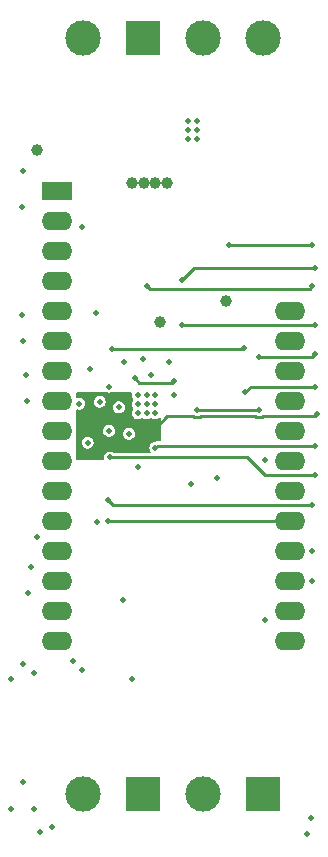
<source format=gbr>
%TF.GenerationSoftware,KiCad,Pcbnew,8.0.0*%
%TF.CreationDate,2024-05-24T13:22:15-04:00*%
%TF.ProjectId,MPPT Charge Controller,4d505054-2043-4686-9172-676520436f6e,0.1*%
%TF.SameCoordinates,Original*%
%TF.FileFunction,Copper,L2,Inr*%
%TF.FilePolarity,Positive*%
%FSLAX46Y46*%
G04 Gerber Fmt 4.6, Leading zero omitted, Abs format (unit mm)*
G04 Created by KiCad (PCBNEW 8.0.0) date 2024-05-24 13:22:15*
%MOMM*%
%LPD*%
G01*
G04 APERTURE LIST*
G04 Aperture macros list*
%AMRoundRect*
0 Rectangle with rounded corners*
0 $1 Rounding radius*
0 $2 $3 $4 $5 $6 $7 $8 $9 X,Y pos of 4 corners*
0 Add a 4 corners polygon primitive as box body*
4,1,4,$2,$3,$4,$5,$6,$7,$8,$9,$2,$3,0*
0 Add four circle primitives for the rounded corners*
1,1,$1+$1,$2,$3*
1,1,$1+$1,$4,$5*
1,1,$1+$1,$6,$7*
1,1,$1+$1,$8,$9*
0 Add four rect primitives between the rounded corners*
20,1,$1+$1,$2,$3,$4,$5,0*
20,1,$1+$1,$4,$5,$6,$7,0*
20,1,$1+$1,$6,$7,$8,$9,0*
20,1,$1+$1,$8,$9,$2,$3,0*%
G04 Aperture macros list end*
%TA.AperFunction,ComponentPad*%
%ADD10RoundRect,0.250000X-1.050000X-0.550000X1.050000X-0.550000X1.050000X0.550000X-1.050000X0.550000X0*%
%TD*%
%TA.AperFunction,ComponentPad*%
%ADD11O,2.600000X1.600000*%
%TD*%
%TA.AperFunction,ComponentPad*%
%ADD12C,3.000000*%
%TD*%
%TA.AperFunction,ComponentPad*%
%ADD13R,3.000000X3.000000*%
%TD*%
%TA.AperFunction,ViaPad*%
%ADD14C,0.500000*%
%TD*%
%TA.AperFunction,ViaPad*%
%ADD15C,1.000000*%
%TD*%
%TA.AperFunction,Conductor*%
%ADD16C,0.250000*%
%TD*%
%TA.AperFunction,Conductor*%
%ADD17C,0.150000*%
%TD*%
G04 APERTURE END LIST*
D10*
%TO.N,unconnected-(A1-~{RESET}-Pad1)*%
%TO.C,A1*%
X100140000Y-80960000D03*
D11*
%TO.N,+3.3V*%
X100140000Y-83500000D03*
%TO.N,unconnected-(A1-NC-Pad3)*%
X100140000Y-86040000D03*
%TO.N,GND*%
X100140000Y-88580000D03*
%TO.N,/Solar Voltage*%
X100140000Y-91120000D03*
%TO.N,/Solar Current*%
X100140000Y-93660000D03*
%TO.N,/Battery Voltage*%
X100140000Y-96200000D03*
%TO.N,/Battery Current*%
X100140000Y-98740000D03*
%TO.N,unconnected-(A1-IO36{slash}A4-Pad9)*%
X100140000Y-101280000D03*
%TO.N,unconnected-(A1-IO4{slash}A5-Pad10)*%
X100140000Y-103820000D03*
%TO.N,unconnected-(A1-SCK{slash}IO5-Pad11)*%
X100140000Y-106360000D03*
%TO.N,unconnected-(A1-MOSI{slash}IO18-Pad12)*%
X100140000Y-108900000D03*
%TO.N,unconnected-(A1-MISO{slash}IO19-Pad13)*%
X100140000Y-111440000D03*
%TO.N,unconnected-(A1-RX{slash}IO16-Pad14)*%
X100140000Y-113980000D03*
%TO.N,unconnected-(A1-TX{slash}IO17-Pad15)*%
X100140000Y-116520000D03*
%TO.N,unconnected-(A1-TXD0-Pad16)*%
X100140000Y-119060000D03*
%TO.N,unconnected-(A1-SDA{slash}IO23-Pad17)*%
X119860000Y-119060000D03*
%TO.N,unconnected-(A1-SCL{slash}IO22-Pad18)*%
X119860000Y-116520000D03*
%TO.N,/STAT1*%
X119860000Y-113980000D03*
%TO.N,/STAT2*%
X119860000Y-111440000D03*
%TO.N,/~{Charge EN}*%
X119860000Y-108900000D03*
%TO.N,/SD_CS*%
X119860000Y-106360000D03*
%TO.N,/Load Enable*%
X119860000Y-103820000D03*
%TO.N,unconnected-(A1-D12-Pad24)*%
X119860000Y-101280000D03*
%TO.N,unconnected-(A1-D13-Pad25)*%
X119860000Y-98740000D03*
%TO.N,unconnected-(A1-VBUS-Pad26)*%
X119860000Y-96200000D03*
%TO.N,unconnected-(A1-EN-Pad27)*%
X119860000Y-93660000D03*
%TO.N,unconnected-(A1-VBAT-Pad28)*%
X119860000Y-91120000D03*
%TD*%
D12*
%TO.N,/Input*%
%TO.C,TP15*%
X117620000Y-68000000D03*
%TD*%
%TO.N,GND*%
%TO.C,TP14*%
X102380000Y-68000000D03*
%TD*%
%TO.N,Net-(J2-Pin_2)*%
%TO.C,J3*%
X112540000Y-132000000D03*
D13*
%TO.N,Net-(J3-Pin_1)*%
X117620000Y-132000000D03*
%TD*%
D12*
%TO.N,Net-(J2-Pin_2)*%
%TO.C,J2*%
X102380000Y-132000000D03*
D13*
%TO.N,GND*%
X107460000Y-132000000D03*
%TD*%
D12*
%TO.N,/Input*%
%TO.C,J1*%
X112540000Y-68000000D03*
D13*
%TO.N,GND*%
X107460000Y-68000000D03*
%TD*%
D14*
%TO.N,/TS*%
X104575000Y-101250000D03*
%TO.N,/VCC*%
X116100000Y-97950002D03*
X116000000Y-94200000D03*
X104850000Y-94350000D03*
%TO.N,/STAT2*%
X106250000Y-101500000D03*
%TO.N,/MPPSET*%
X103775000Y-98782635D03*
%TO.N,/TS*%
X104641320Y-103499654D03*
%TO.N,/Load Enable*%
X117750000Y-103750000D03*
X117750000Y-117250000D03*
%TO.N,Net-(D4-A)*%
X96250000Y-133250000D03*
%TO.N,Net-(D3-A)*%
X98250000Y-133287500D03*
%TO.N,GND*%
X111250000Y-76500000D03*
X112000000Y-76500000D03*
X111250000Y-75750000D03*
X112000000Y-75750000D03*
X112000000Y-75000000D03*
X111250000Y-75000000D03*
X113750000Y-105250000D03*
X111500000Y-105750000D03*
%TO.N,Net-(U1-SRN)*%
X105750000Y-115555000D03*
X107000000Y-104325000D03*
%TO.N,/PH*%
X114750000Y-85500000D03*
X121750000Y-85500000D03*
%TO.N,/LODRV*%
X109655000Y-95420000D03*
X110750000Y-88500000D03*
X122000000Y-87500000D03*
%TO.N,/HIDRV*%
X107410464Y-95124536D03*
X107800000Y-89000000D03*
X121750000Y-89000000D03*
%TO.N,/BTST*%
X110062500Y-97000000D03*
X110750000Y-92250000D03*
X122000000Y-92250000D03*
%TO.N,/RGEN*%
X112000000Y-99475000D03*
X117250000Y-99500000D03*
X117250000Y-95000000D03*
X122000000Y-94750000D03*
%TO.N,/VREF*%
X122200000Y-99800000D03*
%TO.N,/VCC*%
X104525000Y-97500000D03*
X122000000Y-97500000D03*
%TO.N,/VFB*%
X108500000Y-102675000D03*
X122000000Y-102500000D03*
%TO.N,/TS*%
X122000000Y-105000000D03*
%TO.N,/MPPSET*%
X121750000Y-107500000D03*
%TO.N,/~{Charge EN}*%
X104500000Y-108900000D03*
%TO.N,/MPPSET*%
X104500000Y-107062500D03*
%TO.N,/VREF*%
X103700000Y-99600000D03*
X107750000Y-101750000D03*
%TO.N,/STAT2*%
X121300000Y-135350000D03*
X121750000Y-111440000D03*
X98750000Y-135250000D03*
%TO.N,/STAT1*%
X99750000Y-134750000D03*
X121650000Y-134050000D03*
X121750000Y-114000000D03*
%TO.N,/Battery Voltage*%
X97500000Y-96500000D03*
X97750000Y-115000000D03*
%TO.N,/Battery Current*%
X97600000Y-98700000D03*
X98000000Y-112750000D03*
%TO.N,Net-(D1-K)*%
X103500000Y-91275000D03*
%TO.N,+3.3V*%
X98500000Y-110250000D03*
%TO.N,/Solar Voltage*%
X97200000Y-91400000D03*
X97200000Y-82300000D03*
D15*
%TO.N,/Input*%
X109500000Y-80250000D03*
X108500000Y-80250000D03*
X107500000Y-80250000D03*
X106500000Y-80250000D03*
D14*
%TO.N,/VIN*%
X102050000Y-98950000D03*
X102250000Y-84000000D03*
%TO.N,/STAT2*%
X106500000Y-122250000D03*
X96250000Y-122250000D03*
%TO.N,/STAT1*%
X98250000Y-121750000D03*
X102250000Y-121500000D03*
X105400000Y-99257149D03*
%TO.N,/PH*%
X108137501Y-96517501D03*
D15*
X114500000Y-90250000D03*
D14*
%TO.N,/VREF*%
X97250000Y-131000000D03*
X97250000Y-121000000D03*
X101500000Y-120700000D03*
X102750000Y-103250000D03*
%TO.N,/RGEN*%
X110094384Y-98250000D03*
%TO.N,/BTST*%
X106750000Y-96800000D03*
D15*
%TO.N,/PH*%
X108880000Y-92060000D03*
D14*
X105845000Y-95420000D03*
D15*
%TO.N,+3.3V*%
X98500000Y-77500000D03*
D14*
%TO.N,/Solar Current*%
X97250000Y-93660000D03*
X97250000Y-79250000D03*
%TO.N,PWR GND*%
X107750000Y-99750000D03*
X102750000Y-102250000D03*
X103000000Y-96000000D03*
X107000000Y-98250000D03*
X107750000Y-98250000D03*
X107000000Y-99750000D03*
X108500000Y-99000000D03*
X103550000Y-108937500D03*
X108500000Y-98250000D03*
X107750000Y-99000000D03*
X108500000Y-99750000D03*
X107000000Y-99000000D03*
%TD*%
D16*
%TO.N,/BTST*%
X109892500Y-97170000D02*
X110062500Y-97000000D01*
X106750000Y-96800000D02*
X107120000Y-97170000D01*
X107120000Y-97170000D02*
X109892500Y-97170000D01*
%TO.N,/VCC*%
X116550002Y-97500000D02*
X122000000Y-97500000D01*
X116100000Y-97950002D02*
X116550002Y-97500000D01*
X104850000Y-94350000D02*
X115850000Y-94350000D01*
X115850000Y-94350000D02*
X116000000Y-94200000D01*
X104525000Y-97525000D02*
X104525000Y-97500000D01*
X104600000Y-97600000D02*
X104525000Y-97525000D01*
%TO.N,/LODRV*%
X110750000Y-88500000D02*
X111750000Y-87500000D01*
X111750000Y-87500000D02*
X122000000Y-87500000D01*
%TO.N,/~{Charge EN}*%
X104500000Y-108900000D02*
X120160000Y-108900000D01*
%TO.N,/VREF*%
X109500000Y-100000000D02*
X107750000Y-101750000D01*
X111669400Y-100000000D02*
X109500000Y-100000000D01*
X111749400Y-100080000D02*
X111669400Y-100000000D01*
X112250600Y-100080000D02*
X111749400Y-100080000D01*
X116894400Y-100000000D02*
X112330600Y-100000000D01*
X116999400Y-100105000D02*
X116894400Y-100000000D01*
X117500600Y-100105000D02*
X116999400Y-100105000D01*
X117605600Y-100000000D02*
X117500600Y-100105000D01*
X122000000Y-100000000D02*
X117605600Y-100000000D01*
X122200000Y-99800000D02*
X122000000Y-100000000D01*
X112330600Y-100000000D02*
X112250600Y-100080000D01*
%TO.N,/HIDRV*%
X121550000Y-89200000D02*
X121750000Y-89000000D01*
X108000000Y-89200000D02*
X121550000Y-89200000D01*
X107800000Y-89000000D02*
X108000000Y-89200000D01*
%TO.N,/TS*%
X104641666Y-103500000D02*
X104641320Y-103499654D01*
X108750000Y-103500000D02*
X104641666Y-103500000D01*
X116250000Y-103500000D02*
X108750000Y-103500000D01*
X117750000Y-105000000D02*
X116250000Y-103500000D01*
X122000000Y-105000000D02*
X117750000Y-105000000D01*
%TO.N,/VFB*%
X108500000Y-102675000D02*
X108675000Y-102500000D01*
X108675000Y-102500000D02*
X122000000Y-102500000D01*
%TO.N,/PH*%
X121750000Y-85500000D02*
X114750000Y-85500000D01*
%TO.N,/BTST*%
X121750000Y-92250000D02*
X110750000Y-92250000D01*
X122000000Y-92250000D02*
X121750000Y-92250000D01*
%TO.N,/RGEN*%
X112025000Y-99500000D02*
X112000000Y-99475000D01*
X117250000Y-99500000D02*
X112025000Y-99500000D01*
X121750000Y-95000000D02*
X117250000Y-95000000D01*
X122000000Y-94750000D02*
X121750000Y-95000000D01*
%TO.N,/MPPSET*%
X104937500Y-107500000D02*
X104500000Y-107062500D01*
X121750000Y-107500000D02*
X104937500Y-107500000D01*
D17*
X104437500Y-107000000D02*
X104500000Y-107062500D01*
%TD*%
%TA.AperFunction,Conductor*%
%TO.N,/VREF*%
G36*
X104447684Y-98000500D02*
G01*
X104453039Y-98000500D01*
X104602316Y-98000500D01*
X104609307Y-98000000D01*
X106387194Y-98000000D01*
X106454233Y-98019685D01*
X106499988Y-98072489D01*
X106509932Y-98141647D01*
X106494353Y-98250000D01*
X106514834Y-98392456D01*
X106574622Y-98523371D01*
X106574625Y-98523377D01*
X106592321Y-98543799D01*
X106621345Y-98607355D01*
X106611401Y-98676513D01*
X106592321Y-98706201D01*
X106574625Y-98726622D01*
X106574622Y-98726628D01*
X106514834Y-98857543D01*
X106494353Y-99000000D01*
X106514834Y-99142456D01*
X106574622Y-99273371D01*
X106574625Y-99273377D01*
X106592321Y-99293799D01*
X106621345Y-99357355D01*
X106611401Y-99426513D01*
X106592321Y-99456201D01*
X106574625Y-99476622D01*
X106574622Y-99476628D01*
X106514834Y-99607543D01*
X106494353Y-99750000D01*
X106514834Y-99892456D01*
X106574622Y-100023371D01*
X106574623Y-100023373D01*
X106668872Y-100132143D01*
X106789947Y-100209953D01*
X106789950Y-100209954D01*
X106789949Y-100209954D01*
X106928036Y-100250499D01*
X106928038Y-100250500D01*
X106928039Y-100250500D01*
X107071962Y-100250500D01*
X107071962Y-100250499D01*
X107210053Y-100209953D01*
X107307960Y-100147031D01*
X107375000Y-100127347D01*
X107442039Y-100147032D01*
X107442040Y-100147032D01*
X107539947Y-100209953D01*
X107539948Y-100209953D01*
X107539949Y-100209954D01*
X107678036Y-100250499D01*
X107678038Y-100250500D01*
X107678039Y-100250500D01*
X107821962Y-100250500D01*
X107821962Y-100250499D01*
X107960053Y-100209953D01*
X108057960Y-100147031D01*
X108125000Y-100127347D01*
X108192039Y-100147032D01*
X108192040Y-100147032D01*
X108289947Y-100209953D01*
X108289948Y-100209953D01*
X108289949Y-100209954D01*
X108428036Y-100250499D01*
X108428038Y-100250500D01*
X108428039Y-100250500D01*
X108571962Y-100250500D01*
X108571962Y-100250499D01*
X108710050Y-100209954D01*
X108710051Y-100209954D01*
X108726797Y-100199192D01*
X108808961Y-100146388D01*
X108876000Y-100126704D01*
X108943039Y-100146388D01*
X108988794Y-100199192D01*
X109000000Y-100250704D01*
X109000000Y-102000500D01*
X108980315Y-102067539D01*
X108927511Y-102113294D01*
X108876000Y-102124500D01*
X108625564Y-102124500D01*
X108577812Y-102137295D01*
X108577811Y-102137294D01*
X108530063Y-102150089D01*
X108530060Y-102150090D01*
X108516559Y-102157886D01*
X108454557Y-102174500D01*
X108428036Y-102174500D01*
X108289949Y-102215045D01*
X108168873Y-102292856D01*
X108074623Y-102401626D01*
X108074622Y-102401628D01*
X108014834Y-102532543D01*
X107994353Y-102675000D01*
X108014834Y-102817456D01*
X108074904Y-102948988D01*
X108084848Y-103018147D01*
X108055823Y-103081702D01*
X107997045Y-103119477D01*
X107962110Y-103124500D01*
X105019733Y-103124500D01*
X104952694Y-103104816D01*
X104878513Y-103057143D01*
X104851373Y-103039701D01*
X104851371Y-103039700D01*
X104851369Y-103039699D01*
X104851370Y-103039699D01*
X104713283Y-102999154D01*
X104713281Y-102999154D01*
X104569359Y-102999154D01*
X104569356Y-102999154D01*
X104431269Y-103039699D01*
X104310193Y-103117510D01*
X104310192Y-103117510D01*
X104310192Y-103117511D01*
X104304136Y-103124500D01*
X104215943Y-103226280D01*
X104215942Y-103226282D01*
X104156154Y-103357197D01*
X104135673Y-103499654D01*
X104151301Y-103608354D01*
X104141357Y-103677512D01*
X104095602Y-103730316D01*
X104028563Y-103750000D01*
X101874000Y-103750000D01*
X101806961Y-103730315D01*
X101761206Y-103677511D01*
X101750000Y-103626000D01*
X101750000Y-102250000D01*
X102244353Y-102250000D01*
X102264834Y-102392456D01*
X102269023Y-102401628D01*
X102324623Y-102523373D01*
X102418872Y-102632143D01*
X102539947Y-102709953D01*
X102539950Y-102709954D01*
X102539949Y-102709954D01*
X102678036Y-102750499D01*
X102678038Y-102750500D01*
X102678039Y-102750500D01*
X102821962Y-102750500D01*
X102821962Y-102750499D01*
X102960053Y-102709953D01*
X103081128Y-102632143D01*
X103175377Y-102523373D01*
X103235165Y-102392457D01*
X103255647Y-102250000D01*
X103235165Y-102107543D01*
X103175377Y-101976627D01*
X103081128Y-101867857D01*
X102960053Y-101790047D01*
X102960051Y-101790046D01*
X102960049Y-101790045D01*
X102960050Y-101790045D01*
X102821963Y-101749500D01*
X102821961Y-101749500D01*
X102678039Y-101749500D01*
X102678036Y-101749500D01*
X102539949Y-101790045D01*
X102418873Y-101867856D01*
X102324623Y-101976626D01*
X102324622Y-101976628D01*
X102264834Y-102107543D01*
X102244353Y-102250000D01*
X101750000Y-102250000D01*
X101750000Y-101250000D01*
X104069353Y-101250000D01*
X104089834Y-101392456D01*
X104138949Y-101500000D01*
X104149623Y-101523373D01*
X104243872Y-101632143D01*
X104364947Y-101709953D01*
X104364950Y-101709954D01*
X104364949Y-101709954D01*
X104472107Y-101741417D01*
X104499633Y-101749500D01*
X104503036Y-101750499D01*
X104503038Y-101750500D01*
X104503039Y-101750500D01*
X104646962Y-101750500D01*
X104646962Y-101750499D01*
X104785053Y-101709953D01*
X104906128Y-101632143D01*
X105000377Y-101523373D01*
X105011051Y-101500000D01*
X105744353Y-101500000D01*
X105764834Y-101642456D01*
X105795660Y-101709954D01*
X105824623Y-101773373D01*
X105918872Y-101882143D01*
X106039947Y-101959953D01*
X106039950Y-101959954D01*
X106039949Y-101959954D01*
X106178036Y-102000499D01*
X106178038Y-102000500D01*
X106178039Y-102000500D01*
X106321962Y-102000500D01*
X106321962Y-102000499D01*
X106460053Y-101959953D01*
X106581128Y-101882143D01*
X106675377Y-101773373D01*
X106735165Y-101642457D01*
X106755647Y-101500000D01*
X106735165Y-101357543D01*
X106675377Y-101226627D01*
X106581128Y-101117857D01*
X106460053Y-101040047D01*
X106460051Y-101040046D01*
X106460049Y-101040045D01*
X106460050Y-101040045D01*
X106321963Y-100999500D01*
X106321961Y-100999500D01*
X106178039Y-100999500D01*
X106178036Y-100999500D01*
X106039949Y-101040045D01*
X105918873Y-101117856D01*
X105824623Y-101226626D01*
X105824622Y-101226628D01*
X105764834Y-101357543D01*
X105744353Y-101500000D01*
X105011051Y-101500000D01*
X105060165Y-101392457D01*
X105080647Y-101250000D01*
X105060165Y-101107543D01*
X105000377Y-100976627D01*
X104906128Y-100867857D01*
X104785053Y-100790047D01*
X104785051Y-100790046D01*
X104785049Y-100790045D01*
X104785050Y-100790045D01*
X104646963Y-100749500D01*
X104646961Y-100749500D01*
X104503039Y-100749500D01*
X104503036Y-100749500D01*
X104364949Y-100790045D01*
X104243873Y-100867856D01*
X104149623Y-100976626D01*
X104149622Y-100976628D01*
X104089834Y-101107543D01*
X104069353Y-101250000D01*
X101750000Y-101250000D01*
X101750000Y-99549186D01*
X101769685Y-99482147D01*
X101822489Y-99436392D01*
X101891647Y-99426448D01*
X101908925Y-99430206D01*
X101978039Y-99450500D01*
X102121962Y-99450500D01*
X102121962Y-99450499D01*
X102260053Y-99409953D01*
X102381128Y-99332143D01*
X102475377Y-99223373D01*
X102535165Y-99092457D01*
X102555647Y-98950000D01*
X102535165Y-98807543D01*
X102523790Y-98782635D01*
X103269353Y-98782635D01*
X103289834Y-98925091D01*
X103338583Y-99031835D01*
X103349623Y-99056008D01*
X103443872Y-99164778D01*
X103564947Y-99242588D01*
X103564950Y-99242589D01*
X103564949Y-99242589D01*
X103703036Y-99283134D01*
X103703038Y-99283135D01*
X103703039Y-99283135D01*
X103846962Y-99283135D01*
X103846962Y-99283134D01*
X103935461Y-99257149D01*
X104894353Y-99257149D01*
X104914834Y-99399605D01*
X104968511Y-99517139D01*
X104974623Y-99530522D01*
X105068872Y-99639292D01*
X105189947Y-99717102D01*
X105189950Y-99717103D01*
X105189949Y-99717103D01*
X105328036Y-99757648D01*
X105328038Y-99757649D01*
X105328039Y-99757649D01*
X105471962Y-99757649D01*
X105471962Y-99757648D01*
X105610053Y-99717102D01*
X105731128Y-99639292D01*
X105825377Y-99530522D01*
X105885165Y-99399606D01*
X105905647Y-99257149D01*
X105885165Y-99114692D01*
X105825377Y-98983776D01*
X105731128Y-98875006D01*
X105610053Y-98797196D01*
X105610051Y-98797195D01*
X105610049Y-98797194D01*
X105610050Y-98797194D01*
X105471963Y-98756649D01*
X105471961Y-98756649D01*
X105328039Y-98756649D01*
X105328036Y-98756649D01*
X105189949Y-98797194D01*
X105068873Y-98875005D01*
X104974623Y-98983775D01*
X104974622Y-98983777D01*
X104914834Y-99114692D01*
X104894353Y-99257149D01*
X103935461Y-99257149D01*
X103985053Y-99242588D01*
X104106128Y-99164778D01*
X104200377Y-99056008D01*
X104260165Y-98925092D01*
X104280647Y-98782635D01*
X104260165Y-98640178D01*
X104200377Y-98509262D01*
X104106128Y-98400492D01*
X103985053Y-98322682D01*
X103985051Y-98322681D01*
X103985049Y-98322680D01*
X103985050Y-98322680D01*
X103846963Y-98282135D01*
X103846961Y-98282135D01*
X103703039Y-98282135D01*
X103703036Y-98282135D01*
X103564949Y-98322680D01*
X103443873Y-98400491D01*
X103349623Y-98509261D01*
X103349622Y-98509263D01*
X103289834Y-98640178D01*
X103269353Y-98782635D01*
X102523790Y-98782635D01*
X102475377Y-98676627D01*
X102381128Y-98567857D01*
X102260053Y-98490047D01*
X102260051Y-98490046D01*
X102260049Y-98490045D01*
X102260050Y-98490045D01*
X102121963Y-98449500D01*
X102121961Y-98449500D01*
X101978039Y-98449500D01*
X101978036Y-98449500D01*
X101908934Y-98469790D01*
X101839064Y-98469790D01*
X101780287Y-98432015D01*
X101751262Y-98368459D01*
X101750000Y-98350813D01*
X101750000Y-98124000D01*
X101769685Y-98056961D01*
X101822489Y-98011206D01*
X101874000Y-98000000D01*
X104440693Y-98000000D01*
X104447684Y-98000500D01*
G37*
%TD.AperFunction*%
%TD*%
M02*

</source>
